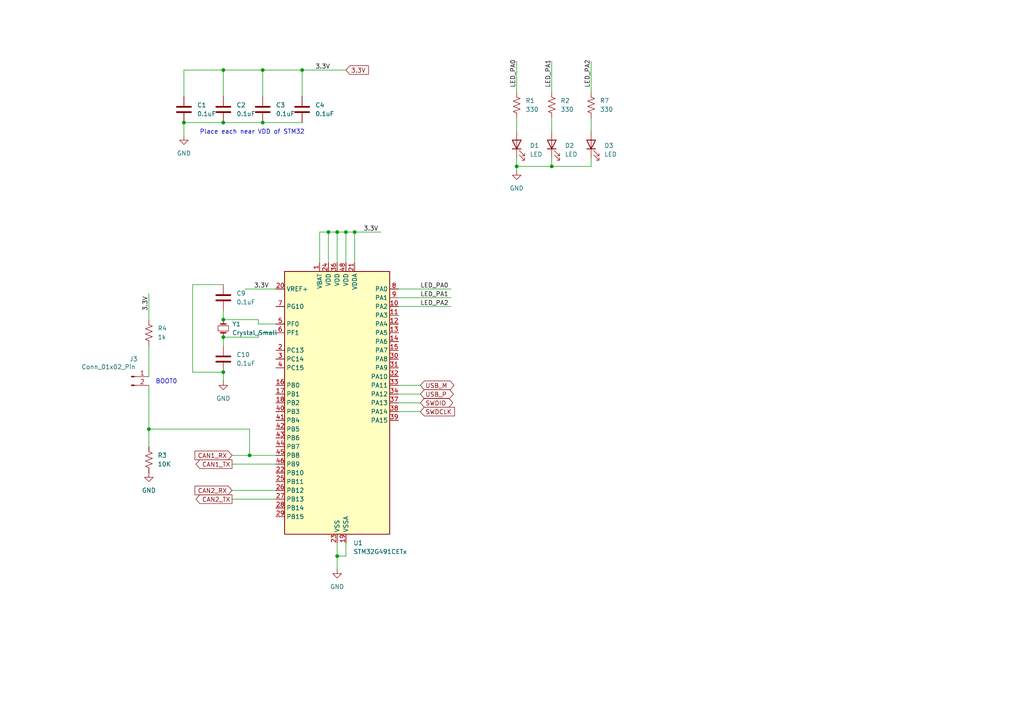
<source format=kicad_sch>
(kicad_sch (version 20250114) (generator "eeschema") (generator_version "9.0")
  (paper "A4")
  (title_block (title "USBCAN-X2") (date "2025-09-17") (comment 1 "Copyright 2025 Karl Yamashita"))
  (lib_symbols
    (symbol "Connector:Conn_01x02_Pin" (pin_names (offset 1.016) (hide yes))
      (property "Reference" "J" (at 0 2.54 0))
      (property "Value" "Conn_01x02_Pin" (at 0 -5.08 0))
      (symbol "Conn_01x02_Pin_1_1"
        (rectangle (start 0.8636 0.127) (end 0 -0.127) (stroke (width 0.1524)) (fill (type outline)))
        (rectangle (start 0.8636 -2.413) (end 0 -2.667) (stroke (width 0.1524)) (fill (type outline)))
        (polyline (pts (xy 1.27 0) (xy 0.8636 0)) (stroke (width 0.1524)))
        (polyline (pts (xy 1.27 -2.54) (xy 0.8636 -2.54)) (stroke (width 0.1524)))
        (pin passive line (at 5.08 0 180) (length 3.81) (name "Pin_1") (number "1"))
        (pin passive line (at 5.08 -2.54 180) (length 3.81) (name "Pin_2") (number "2"))
      )
    )
    (symbol "Device:C" (pin_numbers (hide yes)) (pin_names (offset 0.254))
      (property "Reference" "C" (at 0.635 2.54 0))
      (property "Value" "C" (at 0.635 -2.54 0))
      (symbol "C_0_1"
        (polyline (pts (xy -2.032 0.762) (xy 2.032 0.762)) (stroke (width 0.508)))
        (polyline (pts (xy -2.032 -0.762) (xy 2.032 -0.762)) (stroke (width 0.508)))
      )
      (symbol "C_1_1"
        (pin passive line (at 0 3.81 270) (length 2.794) (name "~") (number "1"))
        (pin passive line (at 0 -3.81 90) (length 2.794) (name "~") (number "2"))
      )
    )
    (symbol "Device:Crystal_Small" (pin_numbers (hide yes)) (pin_names (offset 1.016) (hide yes))
      (property "Reference" "Y" (at 0 2.54 0))
      (property "Value" "Crystal_Small" (at 0 -2.54 0))
      (symbol "Crystal_Small_0_1"
        (polyline (pts (xy -1.27 -0.762) (xy -1.27 0.762)) (stroke (width 0.381)))
        (rectangle (start -0.762 -1.524) (end 0.762 1.524))
        (polyline (pts (xy 1.27 -0.762) (xy 1.27 0.762)) (stroke (width 0.381)))
      )
      (symbol "Crystal_Small_1_1"
        (pin passive line (at -2.54 0 0) (length 1.27) (name "1") (number "1"))
        (pin passive line (at 2.54 0 180) (length 1.27) (name "2") (number "2"))
      )
    )
    (symbol "Device:LED" (pin_numbers (hide yes)) (pin_names (offset 1.016) (hide yes))
      (property "Reference" "D" (at 0 2.54 0))
      (property "Value" "LED" (at 0 -2.54 0))
      (symbol "LED_0_1"
        (polyline (pts (xy -3.048 -0.762) (xy -4.572 -2.286) (xy -3.81 -2.286) (xy -4.572 -2.286) (xy -4.572 -1.524)))
        (polyline (pts (xy -1.778 -0.762) (xy -3.302 -2.286) (xy -2.54 -2.286) (xy -3.302 -2.286) (xy -3.302 -1.524)))
        (polyline (pts (xy -1.27 0) (xy 1.27 0)))
        (polyline (pts (xy -1.27 -1.27) (xy -1.27 1.27)) (stroke (width 0.254)))
        (polyline (pts (xy 1.27 -1.27) (xy 1.27 1.27) (xy -1.27 0) (xy 1.27 -1.27)) (stroke (width 0.254)))
      )
      (symbol "LED_1_1"
        (pin passive line (at -3.81 0 0) (length 2.54) (name "K") (number "1"))
        (pin passive line (at 3.81 0 180) (length 2.54) (name "A") (number "2"))
      )
    )
    (symbol "Device:R_US" (pin_numbers (hide yes)) (pin_names (offset 0))
      (property "Reference" "R" (at 2.54 0 90))
      (property "Value" "R_US" (at -2.54 0 90))
      (symbol "R_US_0_1"
        (polyline (pts (xy 0 2.286) (xy 0 2.54)))
        (polyline (pts (xy 0 2.286) (xy 1.016 1.905) (xy 0 1.524) (xy -1.016 1.143) (xy 0 0.762)))
        (polyline (pts (xy 0 0.762) (xy 1.016 0.381) (xy 0 0) (xy -1.016 -0.381) (xy 0 -0.762)))
        (polyline (pts (xy 0 -0.762) (xy 1.016 -1.143) (xy 0 -1.524) (xy -1.016 -1.905) (xy 0 -2.286)))
        (polyline (pts (xy 0 -2.286) (xy 0 -2.54)))
      )
      (symbol "R_US_1_1"
        (pin passive line (at 0 3.81 270) (length 1.27) (name "~") (number "1"))
        (pin passive line (at 0 -3.81 90) (length 1.27) (name "~") (number "2"))
      )
    )
    (symbol "MCU_ST_STM32G4:STM32G491CETx"
      (property "Reference" "U" (at -15.24 39.37 0))
      (property "Value" "STM32G491CETx" (at 7.62 39.37 0))
      (symbol "STM32G491CETx_0_1"
        (rectangle (start -15.24 -38.1) (end 15.24 38.1) (stroke (width 0.254)) (fill (type background)))
      )
      (symbol "STM32G491CETx_1_1"
        (pin input line (at -17.78 33.02 0) (length 2.54) (name "VREF+") (number "20"))
        (pin bidirectional line (at -17.78 27.94 0) (length 2.54) (name "PG10") (number "7"))
        (pin bidirectional line (at -17.78 22.86 0) (length 2.54) (name "PF0") (number "5"))
        (pin bidirectional line (at -17.78 20.32 0) (length 2.54) (name "PF1") (number "6"))
        (pin bidirectional line (at -17.78 15.24 0) (length 2.54) (name "PC13") (number "2"))
        (pin bidirectional line (at -17.78 12.7 0) (length 2.54) (name "PC14") (number "3"))
        (pin bidirectional line (at -17.78 10.16 0) (length 2.54) (name "PC15") (number "4"))
        (pin bidirectional line (at -17.78 5.08 0) (length 2.54) (name "PB0") (number "16"))
        (pin bidirectional line (at -17.78 2.54 0) (length 2.54) (name "PB1") (number "17"))
        (pin bidirectional line (at -17.78 0 0) (length 2.54) (name "PB2") (number "18"))
        (pin bidirectional line (at -17.78 -2.54 0) (length 2.54) (name "PB3") (number "40"))
        (pin bidirectional line (at -17.78 -5.08 0) (length 2.54) (name "PB4") (number "41"))
        (pin bidirectional line (at -17.78 -7.62 0) (length 2.54) (name "PB5") (number "42"))
        (pin bidirectional line (at -17.78 -10.16 0) (length 2.54) (name "PB6") (number "43"))
        (pin bidirectional line (at -17.78 -12.7 0) (length 2.54) (name "PB7") (number "44"))
        (pin bidirectional line (at -17.78 -15.24 0) (length 2.54) (name "PB8") (number "45"))
        (pin bidirectional line (at -17.78 -17.78 0) (length 2.54) (name "PB9") (number "46"))
        (pin bidirectional line (at -17.78 -20.32 0) (length 2.54) (name "PB10") (number "22"))
        (pin bidirectional line (at -17.78 -22.86 0) (length 2.54) (name "PB11") (number "25"))
        (pin bidirectional line (at -17.78 -25.4 0) (length 2.54) (name "PB12") (number "26"))
        (pin bidirectional line (at -17.78 -27.94 0) (length 2.54) (name "PB13") (number "27"))
        (pin bidirectional line (at -17.78 -30.48 0) (length 2.54) (name "PB14") (number "28"))
        (pin bidirectional line (at -17.78 -33.02 0) (length 2.54) (name "PB15") (number "29"))
        (pin power_in line (at -5.08 40.64 270) (length 2.54) (name "VBAT") (number "1"))
        (pin power_in line (at -2.54 40.64 270) (length 2.54) (name "VDD") (number "24"))
        (pin power_in line (at 0 40.64 270) (length 2.54) (name "VDD") (number "36"))
        (pin power_in line (at 0 -40.64 90) (length 2.54) (name "VSS") (number "23"))
        (pin passive line (at 0 -40.64 90) (length 2.54) (hide yes) (name "VSS") (number "35"))
        (pin passive line (at 0 -40.64 90) (length 2.54) (hide yes) (name "VSS") (number "47"))
        (pin power_in line (at 2.54 40.64 270) (length 2.54) (name "VDD") (number "48"))
        (pin power_in line (at 2.54 -40.64 90) (length 2.54) (name "VSSA") (number "19"))
        (pin power_in line (at 5.08 40.64 270) (length 2.54) (name "VDDA") (number "21"))
        (pin bidirectional line (at 17.78 33.02 180) (length 2.54) (name "PA0") (number "8"))
        (pin bidirectional line (at 17.78 30.48 180) (length 2.54) (name "PA1") (number "9"))
        (pin bidirectional line (at 17.78 27.94 180) (length 2.54) (name "PA2") (number "10"))
        (pin bidirectional line (at 17.78 25.4 180) (length 2.54) (name "PA3") (number "11"))
        (pin bidirectional line (at 17.78 22.86 180) (length 2.54) (name "PA4") (number "12"))
        (pin bidirectional line (at 17.78 20.32 180) (length 2.54) (name "PA5") (number "13"))
        (pin bidirectional line (at 17.78 17.78 180) (length 2.54) (name "PA6") (number "14"))
        (pin bidirectional line (at 17.78 15.24 180) (length 2.54) (name "PA7") (number "15"))
        (pin bidirectional line (at 17.78 12.7 180) (length 2.54) (name "PA8") (number "30"))
        (pin bidirectional line (at 17.78 10.16 180) (length 2.54) (name "PA9") (number "31"))
        (pin bidirectional line (at 17.78 7.62 180) (length 2.54) (name "PA10") (number "32"))
        (pin bidirectional line (at 17.78 5.08 180) (length 2.54) (name "PA11") (number "33"))
        (pin bidirectional line (at 17.78 2.54 180) (length 2.54) (name "PA12") (number "34"))
        (pin bidirectional line (at 17.78 0 180) (length 2.54) (name "PA13") (number "37"))
        (pin bidirectional line (at 17.78 -2.54 180) (length 2.54) (name "PA14") (number "38"))
        (pin bidirectional line (at 17.78 -5.08 180) (length 2.54) (name "PA15") (number "39"))
      )
    )
    (symbol "power:GND" (power) (pin_numbers (hide yes)) (pin_names (offset 0) (hide yes))
      (property "Value" "GND" (at 0 -3.81 0))
      (symbol "GND_0_1"
        (polyline (pts (xy 0 0) (xy 0 -1.27) (xy 1.27 -1.27) (xy 0 -2.54) (xy -1.27 -1.27) (xy 0 -1.27)))
      )
      (symbol "GND_1_1"
        (pin power_in line (at 0 0 270) (length 0) (name "~") (number "1"))
      )
    )
  )
  (text "BOOT0" (at 48.26 110.744 0) (effects (font (size 1.27 1.27))))
  (text "Place each near VDD of STM32" (at 73.152 38.354 0) (effects (font (size 1.27 1.27))))
  (junction (at 100.33 67.31))
  (junction (at 64.77 107.95))
  (junction (at 64.77 20.32))
  (junction (at 64.77 92.71))
  (junction (at 160.02 48.26))
  (junction (at 76.2 35.56))
  (junction (at 97.79 161.29))
  (junction (at 97.79 67.31))
  (junction (at 95.25 67.31))
  (junction (at 64.77 97.79))
  (junction (at 149.86 48.26))
  (junction (at 64.77 35.56))
  (junction (at 53.34 35.56))
  (junction (at 72.39 132.08))
  (junction (at 87.63 20.32))
  (junction (at 76.2 20.32))
  (junction (at 102.87 67.31))
  (junction (at 43.18 124.46))
  (wire (pts (xy 87.63 20.32) (xy 100.33 20.32)))
  (wire (pts (xy 149.86 48.26) (xy 149.86 49.53)))
  (wire (pts (xy 115.57 119.38) (xy 121.92 119.38)))
  (wire (pts (xy 80.01 93.98) (xy 74.93 93.98)))
  (wire (pts (xy 97.79 161.29) (xy 97.79 165.1)))
  (wire (pts (xy 67.31 134.62) (xy 80.01 134.62)))
  (wire (pts (xy 64.77 35.56) (xy 76.2 35.56)))
  (wire (pts (xy 171.45 17.78) (xy 171.45 26.67)))
  (wire (pts (xy 97.79 67.31) (xy 97.79 76.2)))
  (wire (pts (xy 160.02 45.72) (xy 160.02 48.26)))
  (wire (pts (xy 76.2 20.32) (xy 76.2 27.94)))
  (wire (pts (xy 43.18 124.46) (xy 43.18 129.54)))
  (wire (pts (xy 72.39 132.08) (xy 72.39 124.46)))
  (wire (pts (xy 53.34 20.32) (xy 53.34 27.94)))
  (wire (pts (xy 102.87 67.31) (xy 102.87 76.2)))
  (wire (pts (xy 171.45 45.72) (xy 171.45 48.26)))
  (wire (pts (xy 149.86 34.29) (xy 149.86 38.1)))
  (wire (pts (xy 64.77 82.55) (xy 55.88 82.55)))
  (wire (pts (xy 115.57 86.36) (xy 130.81 86.36)))
  (wire (pts (xy 64.77 90.17) (xy 64.77 92.71)))
  (wire (pts (xy 100.33 161.29) (xy 97.79 161.29)))
  (wire (pts (xy 160.02 17.78) (xy 160.02 26.67)))
  (wire (pts (xy 53.34 20.32) (xy 64.77 20.32)))
  (wire (pts (xy 67.31 142.24) (xy 80.01 142.24)))
  (wire (pts (xy 171.45 34.29) (xy 171.45 38.1)))
  (wire (pts (xy 160.02 48.26) (xy 149.86 48.26)))
  (wire (pts (xy 74.93 96.52) (xy 74.93 97.79)))
  (wire (pts (xy 55.88 107.95) (xy 64.77 107.95)))
  (wire (pts (xy 55.88 82.55) (xy 55.88 107.95)))
  (wire (pts (xy 115.57 111.76) (xy 121.92 111.76)))
  (wire (pts (xy 64.77 20.32) (xy 64.77 27.94)))
  (wire (pts (xy 92.71 67.31) (xy 92.71 76.2)))
  (wire (pts (xy 115.57 116.84) (xy 121.92 116.84)))
  (wire (pts (xy 100.33 157.48) (xy 100.33 161.29)))
  (wire (pts (xy 53.34 35.56) (xy 53.34 39.37)))
  (wire (pts (xy 67.31 132.08) (xy 72.39 132.08)))
  (wire (pts (xy 92.71 67.31) (xy 95.25 67.31)))
  (wire (pts (xy 95.25 67.31) (xy 97.79 67.31)))
  (wire (pts (xy 72.39 132.08) (xy 80.01 132.08)))
  (wire (pts (xy 64.77 20.32) (xy 76.2 20.32)))
  (wire (pts (xy 87.63 20.32) (xy 87.63 27.94)))
  (wire (pts (xy 64.77 97.79) (xy 64.77 100.33)))
  (wire (pts (xy 149.86 17.78) (xy 149.86 26.67)))
  (wire (pts (xy 43.18 124.46) (xy 72.39 124.46)))
  (wire (pts (xy 102.87 67.31) (xy 110.49 67.31)))
  (wire (pts (xy 43.18 85.09) (xy 43.18 92.71)))
  (wire (pts (xy 160.02 48.26) (xy 171.45 48.26)))
  (wire (pts (xy 100.33 67.31) (xy 100.33 76.2)))
  (wire (pts (xy 115.57 83.82) (xy 130.81 83.82)))
  (wire (pts (xy 67.31 144.78) (xy 80.01 144.78)))
  (wire (pts (xy 97.79 157.48) (xy 97.79 161.29)))
  (wire (pts (xy 71.12 83.82) (xy 80.01 83.82)))
  (wire (pts (xy 149.86 45.72) (xy 149.86 48.26)))
  (wire (pts (xy 64.77 107.95) (xy 64.77 110.49)))
  (wire (pts (xy 43.18 111.76) (xy 43.18 124.46)))
  (wire (pts (xy 74.93 92.71) (xy 64.77 92.71)))
  (wire (pts (xy 43.18 100.33) (xy 43.18 109.22)))
  (wire (pts (xy 115.57 114.3) (xy 121.92 114.3)))
  (wire (pts (xy 97.79 67.31) (xy 100.33 67.31)))
  (wire (pts (xy 100.33 67.31) (xy 102.87 67.31)))
  (wire (pts (xy 53.34 35.56) (xy 64.77 35.56)))
  (wire (pts (xy 115.57 88.9) (xy 130.81 88.9)))
  (wire (pts (xy 80.01 96.52) (xy 74.93 96.52)))
  (wire (pts (xy 74.93 93.98) (xy 74.93 92.71)))
  (wire (pts (xy 76.2 35.56) (xy 87.63 35.56)))
  (wire (pts (xy 74.93 97.79) (xy 64.77 97.79)))
  (wire (pts (xy 95.25 67.31) (xy 95.25 76.2)))
  (wire (pts (xy 76.2 20.32) (xy 87.63 20.32)))
  (wire (pts (xy 160.02 34.29) (xy 160.02 38.1)))
  (label "LED_PA1" (at 160.02 25.4 90))
  (label "LED_PA0" (at 121.92 83.82 0))
  (label "LED_PA2" (at 171.45 25.4 90))
  (label "3.3V" (at 43.18 90.17 90))
  (label "3.3V" (at 73.66 83.82 0))
  (label "3.3V" (at 105.41 67.31 0))
  (label "LED_PA2" (at 121.92 88.9 0))
  (label "LED_PA0" (at 149.86 25.4 90))
  (label "LED_PA1" (at 121.92 86.36 0))
  (label "3.3V" (at 91.44 20.32 0))
  (global_label "USB_P" (shape bidirectional) (at 121.92 114.3 0) (property "Intersheetrefs" "${INTERSHEET_REFS}" (effects (hide yes))))
  (global_label "3.3V" (shape input) (at 100.33 20.32 0) (property "Intersheetrefs" "${INTERSHEET_REFS}" (effects (hide yes))))
  (global_label "CAN2_RX" (shape input) (at 67.31 142.24 180) (property "Intersheetrefs" "${INTERSHEET_REFS}" (effects (hide yes))))
  (global_label "CAN1_RX" (shape input) (at 67.31 132.08 180) (property "Intersheetrefs" "${INTERSHEET_REFS}" (effects (hide yes))))
  (global_label "CAN1_TX" (shape output) (at 67.31 134.62 180) (property "Intersheetrefs" "${INTERSHEET_REFS}" (effects (hide yes))))
  (global_label "SWDCLK" (shape input) (at 121.92 119.38 0) (property "Intersheetrefs" "${INTERSHEET_REFS}" (effects (hide yes))))
  (global_label "CAN2_TX" (shape output) (at 67.31 144.78 180) (property "Intersheetrefs" "${INTERSHEET_REFS}" (effects (hide yes))))
  (global_label "SWDIO" (shape bidirectional) (at 121.92 116.84 0) (property "Intersheetrefs" "${INTERSHEET_REFS}" (effects (hide yes))))
  (global_label "USB_M" (shape bidirectional) (at 121.92 111.76 0) (property "Intersheetrefs" "${INTERSHEET_REFS}" (effects (hide yes))))
  (symbol (lib_id "Device:Crystal_Small") (at 64.77 95.25 90) (unit 1)
    (property "Reference" "Y1" (at 67.31 93.9799 90) (effects (justify right)))
    (property "Value" "Crystal_Small" (at 67.31 96.5199 90) (effects (justify right)))
    (property "Footprint" "Crystal:Crystal_SMD_Abracon_ABM7-2Pin_6.0x3.5mm" (effects (hide yes)))
    (property "Description" "Two pin crystal, small symbol" (effects (hide yes)))
  )
  (symbol (lib_id "Device:C") (at 64.77 104.14 0) (unit 1)
    (property "Reference" "C10" (at 68.58 102.8699 0) (effects (justify left)))
    (property "Value" "0.1uF" (at 68.58 105.4099 0) (effects (justify left)))
    (property "Footprint" "Capacitor_SMD:C_0603_1608Metric" (effects (hide yes)))
    (property "Description" "Unpolarized capacitor" (effects (hide yes)))
  )
  (symbol (lib_id "Device:LED") (at 149.86 41.91 90) (unit 1)
    (property "Reference" "D1" (at 153.67 42.2274 90) (effects (justify right)))
    (property "Value" "LED" (at 153.67 44.7674 90) (effects (justify right)))
    (property "Footprint" "LED_SMD:LED_0603_1608Metric" (effects (hide yes)))
    (property "Description" "Light emitting diode" (effects (hide yes)))
    (property "Sim.Pins" "1=K 2=A" (effects (hide yes)))
  )
  (symbol (lib_id "power:GND") (at 53.34 39.37 0) (unit 1)
    (property "Reference" "#PWR05" (effects (hide yes)))
    (property "Value" "GND" (at 53.34 44.45 0))
    (property "Description" "Power symbol creates a global label with name \"GND\" , ground" (effects (hide yes)))
  )
  (symbol (lib_id "Device:R_US") (at 43.18 96.52 0) (unit 1)
    (property "Reference" "R4" (at 45.72 95.2499 0) (effects (justify left)))
    (property "Value" "1k" (at 45.72 97.7899 0) (effects (justify left)))
    (property "Footprint" "Resistor_SMD:R_0603_1608Metric" (effects (hide yes)))
    (property "Description" "Resistor, US symbol" (effects (hide yes)))
  )
  (symbol (lib_id "Device:C") (at 87.63 31.75 0) (unit 1)
    (property "Reference" "C4" (at 91.44 30.4799 0) (effects (justify left)))
    (property "Value" "0.1uF" (at 91.44 33.0199 0) (effects (justify left)))
    (property "Footprint" "Capacitor_SMD:C_0603_1608Metric" (effects (hide yes)))
    (property "Description" "Unpolarized capacitor" (effects (hide yes)))
  )
  (symbol (lib_id "Device:LED") (at 160.02 41.91 90) (unit 1)
    (property "Reference" "D2" (at 163.83 42.2274 90) (effects (justify right)))
    (property "Value" "LED" (at 163.83 44.7674 90) (effects (justify right)))
    (property "Footprint" "LED_SMD:LED_0603_1608Metric" (effects (hide yes)))
    (property "Description" "Light emitting diode" (effects (hide yes)))
    (property "Sim.Pins" "1=K 2=A" (effects (hide yes)))
  )
  (symbol (lib_id "Connector:Conn_01x02_Pin") (at 38.1 109.22 0) (unit 1)
    (property "Reference" "J3" (at 38.735 104.14 0))
    (property "Value" "Conn_01x02_Pin" (at 31.496 106.426 0))
    (property "Footprint" "Connector_PinHeader_2.54mm:PinHeader_1x02_P2.54mm_Vertical" (effects (hide yes)))
    (property "Description" "Generic connector, single row, 01x02, script generated" (effects (hide yes)))
  )
  (symbol (lib_id "Device:C") (at 64.77 86.36 0) (unit 1)
    (property "Reference" "C9" (at 68.58 85.0899 0) (effects (justify left)))
    (property "Value" "0.1uF" (at 68.58 87.6299 0) (effects (justify left)))
    (property "Footprint" "Capacitor_SMD:C_0603_1608Metric" (effects (hide yes)))
    (property "Description" "Unpolarized capacitor" (effects (hide yes)))
  )
  (symbol (lib_id "Device:R_US") (at 149.86 30.48 0) (unit 1)
    (property "Reference" "R1" (at 152.4 29.2099 0) (effects (justify left)))
    (property "Value" "330" (at 152.4 31.7499 0) (effects (justify left)))
    (property "Footprint" "Resistor_SMD:R_0603_1608Metric" (effects (hide yes)))
    (property "Description" "Resistor, US symbol" (effects (hide yes)))
  )
  (symbol (lib_id "power:GND") (at 149.86 49.53 0) (unit 1)
    (property "Reference" "#PWR06" (effects (hide yes)))
    (property "Value" "GND" (at 149.86 54.61 0))
    (property "Description" "Power symbol creates a global label with name \"GND\" , ground" (effects (hide yes)))
  )
  (symbol (lib_id "Device:R_US") (at 171.45 30.48 0) (unit 1)
    (property "Reference" "R7" (at 173.99 29.2099 0) (effects (justify left)))
    (property "Value" "330" (at 173.99 31.7499 0) (effects (justify left)))
    (property "Footprint" "Resistor_SMD:R_0603_1608Metric" (effects (hide yes)))
    (property "Description" "Resistor, US symbol" (effects (hide yes)))
  )
  (symbol (lib_id "power:GND") (at 97.79 165.1 0) (unit 1)
    (property "Reference" "#PWR01" (effects (hide yes)))
    (property "Value" "GND" (at 97.79 170.18 0))
    (property "Description" "Power symbol creates a global label with name \"GND\" , ground" (effects (hide yes)))
  )
  (symbol (lib_id "Device:C") (at 76.2 31.75 0) (unit 1)
    (property "Reference" "C3" (at 80.01 30.4799 0) (effects (justify left)))
    (property "Value" "0.1uF" (at 80.01 33.0199 0) (effects (justify left)))
    (property "Footprint" "Capacitor_SMD:C_0603_1608Metric" (effects (hide yes)))
    (property "Description" "Unpolarized capacitor" (effects (hide yes)))
  )
  (symbol (lib_id "power:GND") (at 64.77 110.49 0) (unit 1)
    (property "Reference" "#PWR013" (effects (hide yes)))
    (property "Value" "GND" (at 64.77 115.57 0))
    (property "Description" "Power symbol creates a global label with name \"GND\" , ground" (effects (hide yes)))
  )
  (symbol (lib_id "Device:C") (at 64.77 31.75 0) (unit 1)
    (property "Reference" "C2" (at 68.58 30.4799 0) (effects (justify left)))
    (property "Value" "0.1uF" (at 68.58 33.0199 0) (effects (justify left)))
    (property "Footprint" "Capacitor_SMD:C_0603_1608Metric" (effects (hide yes)))
    (property "Description" "Unpolarized capacitor" (effects (hide yes)))
  )
  (symbol (lib_id "Device:R_US") (at 160.02 30.48 0) (unit 1)
    (property "Reference" "R2" (at 162.56 29.2099 0) (effects (justify left)))
    (property "Value" "330" (at 162.56 31.7499 0) (effects (justify left)))
    (property "Footprint" "Resistor_SMD:R_0603_1608Metric" (effects (hide yes)))
    (property "Description" "Resistor, US symbol" (effects (hide yes)))
  )
  (symbol (lib_id "Device:R_US") (at 43.18 133.35 0) (unit 1)
    (property "Reference" "R3" (at 45.72 132.0799 0) (effects (justify left)))
    (property "Value" "10K" (at 45.72 134.6199 0) (effects (justify left)))
    (property "Footprint" "Resistor_SMD:R_0603_1608Metric" (effects (hide yes)))
    (property "Description" "Resistor, US symbol" (effects (hide yes)))
  )
  (symbol (lib_id "Device:C") (at 53.34 31.75 0) (unit 1)
    (property "Reference" "C1" (at 57.15 30.4799 0) (effects (justify left)))
    (property "Value" "0.1uF" (at 57.15 33.0199 0) (effects (justify left)))
    (property "Footprint" "Capacitor_SMD:C_0603_1608Metric" (effects (hide yes)))
    (property "Description" "Unpolarized capacitor" (effects (hide yes)))
  )
  (symbol (lib_id "Device:LED") (at 171.45 41.91 90) (unit 1)
    (property "Reference" "D3" (at 175.26 42.2274 90) (effects (justify right)))
    (property "Value" "LED" (at 175.26 44.7674 90) (effects (justify right)))
    (property "Footprint" "LED_SMD:LED_0603_1608Metric" (effects (hide yes)))
    (property "Description" "Light emitting diode" (effects (hide yes)))
    (property "Sim.Pins" "1=K 2=A" (effects (hide yes)))
  )
  (symbol (lib_id "power:GND") (at 43.18 137.16 0) (unit 1)
    (property "Reference" "#PWR011" (effects (hide yes)))
    (property "Value" "GND" (at 43.18 142.24 0))
    (property "Description" "Power symbol creates a global label with name \"GND\" , ground" (effects (hide yes)))
  )
  (symbol (lib_id "MCU_ST_STM32G4:STM32G491CETx") (at 97.79 116.84 0) (unit 1)
    (property "Reference" "U1" (at 102.4733 157.48 0) (effects (justify left)))
    (property "Value" "STM32G491CETx" (at 102.4733 160.02 0) (effects (justify left)))
    (property "Footprint" "Package_QFP:LQFP-48_7x7mm_P0.5mm" (effects (hide yes)))
    (property "Datasheet" "https://www.st.com/resource/en/datasheet/stm32g491ce.pdf" (effects (hide yes)))
    (property "Description" "STMicroelectronics Arm Cortex-M4 MCU, 512KB flash, 112KB RAM, 170 MHz, 1.71-3.6V, 38 GPIO, LQFP48" (effects (hide yes)))
  )
  (sheet (at 101.6 -80.01) (size 76.2 67.31) (stroke (width 0.1524))
    (property "Sheetname" "CAN Transceiver" (at 101.6 -80.7216 0) (effects (justify left bottom)))
    (property "Sheetfile" "can_transceiver.kicad_sch" (at 101.6 -12.1154 0) (effects (justify left top)))
  )
  (sheet (at 0 -80.01) (size 80.01 67.31) (stroke (width 0.1524))
    (property "Sheetname" "Connectors Power Supply" (at 0 -80.7216 0) (effects (justify left bottom)))
    (property "Sheetfile" "untitled.kicad_sch" (at 0 -12.1154 0) (effects (justify left top)))
  )
)
</source>
